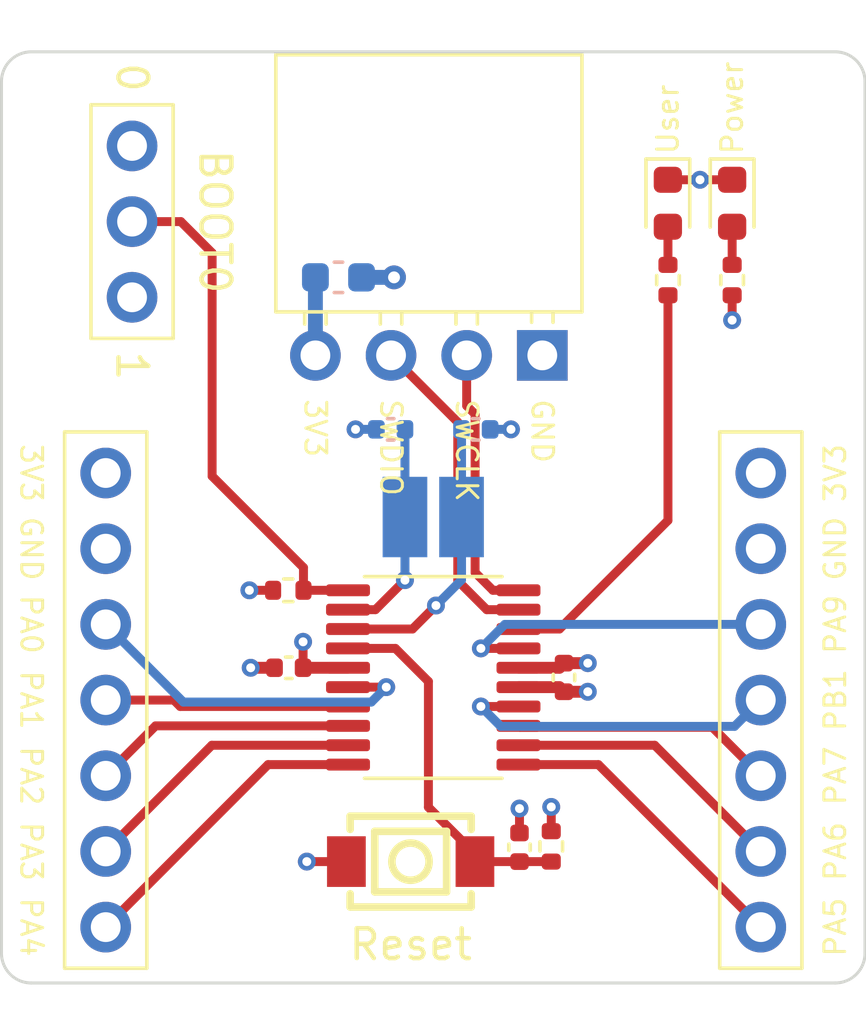
<source format=kicad_pcb>
(kicad_pcb (version 20241229) (generator "pcbnew") (generator_version "9.0")
  (layers (0 "F.Cu" signal) (4 "In1.Cu" power "Ground") (6 "In2.Cu" power "3v3") (2 "B.Cu" signal) (13 "F.Paste" user) (15 "B.Paste" user) (5 "F.SilkS" user "F.Silkscreen") (7 "B.SilkS" user "B.Silkscreen") (1 "F.Mask" user) (3 "B.Mask" user) (25 "Edge.Cuts" user))
  (net 0 "")
  (net 1 "Net-(U1-PF0)")
  (net 2 "GND")
  (net 3 "Net-(U1-PF1)")
  (net 4 "+3.3V")
  (net 5 "/nrst")
  (net 6 "Net-(D1-A)")
  (net 7 "Net-(D2-A)")
  (net 8 "/boot0")
  (net 10 "/PA0")
  (net 11 "/PA1")
  (net 12 "/PA3")
  (net 13 "/PA4")
  (net 14 "/PB1")
  (net 15 "/SWCLK")
  (net 16 "/PA6")
  (net 17 "/PA9")
  (net 18 "/PA7")
  (net 19 "/SWDIO")
  (net 20 "/PA2")
  (net 21 "/PA5")
  (net 22 "/PA10")
  (footprint "Resistor_SMD:R_0402_1005Metric" (layer "F.Cu") (at 100.4625 74.665999 -90)
    (property "Reference" "R3" (hide yes))
    (property "Value" "10k")
    (fp_line (start -0.153641 0.38) (end 0.153641 0.38) (stroke (width 0.12)) (layer "F.SilkS"))
    (fp_line (start -0.153641 -0.38) (end 0.153641 -0.38) (stroke (width 0.12)) (layer "F.SilkS"))
    (pad "1" smd roundrect (at -0.51 0 270) (size 0.54 0.64) (layers "F.Cu" "F.Mask" "F.Paste") (net 4 "+3.3V"))
    (pad "2" smd roundrect (at 0.51 0 270) (size 0.54 0.64) (layers "F.Cu" "F.Mask" "F.Paste") (net 5 "/nrst"))
  )
  (footprint "footprints:TSSOP-20_4.4x6.5mm_P0.65mm" (layer "F.Cu") (at 96.5 68.995999)
    (property "Reference" "U1" (hide yes))
    (property "Value" "STM32F030F4Px")
    (fp_line (start -2.31 -3.385) (end 2.31 -3.385) (stroke (width 0.12)) (layer "F.SilkS"))
    (fp_line (start 2.31 3.385) (end -2.31 3.385) (stroke (width 0.12)) (layer "F.SilkS"))
    (pad "1" smd roundrect (at -2.8625 -2.925) (size 1.475 0.4) (layers "F.Cu" "F.Mask" "F.Paste") (net 8 "/boot0"))
    (pad "2" smd roundrect (at -2.8625 -2.275) (size 1.475 0.4) (layers "F.Cu" "F.Mask" "F.Paste") (net 1 "Net-(U1-PF0)"))
    (pad "3" smd roundrect (at -2.8625 -1.625) (size 1.475 0.4) (layers "F.Cu" "F.Mask" "F.Paste") (net 3 "Net-(U1-PF1)"))
    (pad "4" smd roundrect (at -2.8625 -0.975) (size 1.475 0.4) (layers "F.Cu" "F.Mask" "F.Paste") (net 5 "/nrst"))
    (pad "5" smd roundrect (at -2.8625 -0.325) (size 1.475 0.4) (layers "F.Cu" "F.Mask" "F.Paste") (net 4 "+3.3V"))
    (pad "6" smd roundrect (at -2.8625 0.325) (size 1.475 0.4) (layers "F.Cu" "F.Mask" "F.Paste") (net 10 "/PA0"))
    (pad "7" smd roundrect (at -2.8625 0.975) (size 1.475 0.4) (layers "F.Cu" "F.Mask" "F.Paste") (net 11 "/PA1"))
    (pad "8" smd roundrect (at -2.8625 1.625) (size 1.475 0.4) (layers "F.Cu" "F.Mask" "F.Paste") (net 20 "/PA2"))
    (pad "9" smd roundrect (at -2.8625 2.275) (size 1.475 0.4) (layers "F.Cu" "F.Mask" "F.Paste") (net 12 "/PA3"))
    (pad "10" smd roundrect (at -2.8625 2.925) (size 1.475 0.4) (layers "F.Cu" "F.Mask" "F.Paste") (net 13 "/PA4"))
    (pad "11" smd roundrect (at 2.8625 2.925) (size 1.475 0.4) (layers "F.Cu" "F.Mask" "F.Paste") (net 21 "/PA5"))
    (pad "12" smd roundrect (at 2.8625 2.275) (size 1.475 0.4) (layers "F.Cu" "F.Mask" "F.Paste") (net 16 "/PA6"))
    (pad "13" smd roundrect (at 2.8625 1.625) (size 1.475 0.4) (layers "F.Cu" "F.Mask" "F.Paste") (net 18 "/PA7"))
    (pad "14" smd roundrect (at 2.8625 0.975) (size 1.475 0.4) (layers "F.Cu" "F.Mask" "F.Paste") (net 14 "/PB1"))
    (pad "15" smd roundrect (at 2.8625 0.325) (size 1.475 0.4) (layers "F.Cu" "F.Mask" "F.Paste") (net 2 "GND"))
    (pad "16" smd roundrect (at 2.8625 -0.325) (size 1.475 0.4) (layers "F.Cu" "F.Mask" "F.Paste") (net 4 "+3.3V"))
    (pad "17" smd roundrect (at 2.8625 -0.975) (size 1.475 0.4) (layers "F.Cu" "F.Mask" "F.Paste") (net 17 "/PA9"))
    (pad "18" smd roundrect (at 2.8625 -1.625) (size 1.475 0.4) (layers "F.Cu" "F.Mask" "F.Paste") (net 22 "/PA10"))
    (pad "19" smd roundrect (at 2.8625 -2.275) (size 1.475 0.4) (layers "F.Cu" "F.Mask" "F.Paste") (net 19 "/SWDIO"))
    (pad "20" smd roundrect (at 2.8625 -2.925) (size 1.475 0.4) (layers "F.Cu" "F.Mask" "F.Paste") (net 15 "/SWCLK"))
  )
  (footprint "Capacitor_SMD:C_0402_1005Metric" (layer "F.Cu") (at 91.6485 68.670999 180)
    (property "Reference" "C4" (hide yes))
    (property "Value" "100nF")
    (fp_line (start -0.107836 0.36) (end 0.107836 0.36) (stroke (width 0.12)) (layer "F.SilkS"))
    (fp_line (start -0.107836 -0.36) (end 0.107836 -0.36) (stroke (width 0.12)) (layer "F.SilkS"))
    (pad "1" smd roundrect (at -0.48 0 180) (size 0.56 0.62) (layers "F.Cu" "F.Mask" "F.Paste") (net 4 "+3.3V"))
    (pad "2" smd roundrect (at 0.48 0 180) (size 0.56 0.62) (layers "F.Cu" "F.Mask" "F.Paste") (net 2 "GND"))
  )
  (footprint "Capacitor_SMD:C_0402_1005Metric" (layer "F.Cu") (at 99.3965 74.695999 90)
    (property "Reference" "C6" (hide yes))
    (property "Value" "100nF")
    (fp_line (start -0.107836 -0.36) (end 0.107836 -0.36) (stroke (width 0.12)) (layer "F.SilkS"))
    (fp_line (start -0.107836 0.36) (end 0.107836 0.36) (stroke (width 0.12)) (layer "F.SilkS"))
    (pad "1" smd roundrect (at -0.48 0 90) (size 0.56 0.62) (layers "F.Cu" "F.Mask" "F.Paste") (net 5 "/nrst"))
    (pad "2" smd roundrect (at 0.48 0 90) (size 0.56 0.62) (layers "F.Cu" "F.Mask" "F.Paste") (net 2 "GND"))
  )
  (footprint "Capacitor_SMD:C_0402_1005Metric" (layer "F.Cu") (at 100.89 68.995999 -90)
    (property "Reference" "C3" (hide yes))
    (property "Value" "100nF")
    (fp_line (start -0.107836 0.36) (end 0.107836 0.36) (stroke (width 0.12)) (layer "F.SilkS"))
    (fp_line (start -0.107836 -0.36) (end 0.107836 -0.36) (stroke (width 0.12)) (layer "F.SilkS"))
    (pad "1" smd roundrect (at -0.48 0 270) (size 0.56 0.62) (layers "F.Cu" "F.Mask" "F.Paste") (net 4 "+3.3V"))
    (pad "2" smd roundrect (at 0.48 0 270) (size 0.56 0.62) (layers "F.Cu" "F.Mask" "F.Paste") (net 2 "GND"))
  )
  (footprint "footprints:side_connectors" (layer "F.Cu") (at 107.5 62.134999)
    (property "Reference" "J3" (hide yes))
    (property "Value" "Conn_01x07_Pin" (hide yes))
    (fp_line (start -1.38 -1.38) (end -1.38 16.62) (stroke (width 0.12)) (layer "F.SilkS"))
    (fp_line (start -1.38 -1.38) (end 1.38 -1.38) (stroke (width 0.12)) (layer "F.SilkS"))
    (fp_line (start -1.38 16.62) (end 1.38 16.62) (stroke (width 0.12)) (layer "F.SilkS"))
    (fp_line (start 1.38 -1.38) (end 1.38 16.62) (stroke (width 0.12)) (layer "F.SilkS"))
    (pad "1" thru_hole circle (at 0 0) (size 1.7 1.7) (drill 1) (layers "*.Cu" "*.Mask") (net 4 "+3.3V"))
    (pad "2" thru_hole circle (at 0 2.54) (size 1.7 1.7) (drill 1) (layers "*.Cu" "*.Mask") (net 2 "GND"))
    (pad "3" thru_hole circle (at 0 5.08) (size 1.7 1.7) (drill 1) (layers "*.Cu" "*.Mask") (net 17 "/PA9"))
    (pad "4" thru_hole circle (at 0 7.62) (size 1.7 1.7) (drill 1) (layers "*.Cu" "*.Mask") (net 14 "/PB1"))
    (pad "5" thru_hole circle (at 0 10.16) (size 1.7 1.7) (drill 1) (layers "*.Cu" "*.Mask") (net 18 "/PA7"))
    (pad "6" thru_hole circle (at 0 12.7) (size 1.7 1.7) (drill 1) (layers "*.Cu" "*.Mask") (net 16 "/PA6"))
    (pad "7" thru_hole circle (at 0 15.24) (size 1.7 1.7) (drill 1) (layers "*.Cu" "*.Mask") (net 21 "/PA5"))
  )
  (footprint "footprints:KEY-SMD_L4.0-W3.0-LS4.9-1" (layer "F.Cu") (at 95.7415 75.175999)
    (property "Reference" "SW1" (hide yes))
    (property "Value" "MCU_reset" (hide yes))
    (fp_line (start -2.032 -1.524) (end 2.032 -1.524) (stroke (width 0.254)) (layer "F.SilkS"))
    (fp_line (start -2.032 -1.081) (end -2.032 -1.524) (stroke (width 0.254)) (layer "F.SilkS"))
    (fp_line (start -2.032 1.524) (end -2.032 1.081) (stroke (width 0.254)) (layer "F.SilkS"))
    (fp_line (start -1.2065 -1.016) (end 1.2065 -1.016) (stroke (width 0.254)) (layer "F.SilkS"))
    (fp_line (start -1.2065 1.016) (end -1.2065 -1.016) (stroke (width 0.254)) (layer "F.SilkS"))
    (fp_line (start 1.2065 -1.016) (end 1.2065 1.016) (stroke (width 0.254)) (layer "F.SilkS"))
    (fp_line (start 1.2065 1.016) (end -1.2065 1.016) (stroke (width 0.254)) (layer "F.SilkS"))
    (fp_line (start 2.032 -1.524) (end 2.032 -1.081) (stroke (width 0.254)) (layer "F.SilkS"))
    (fp_line (start 2.032 1.081) (end 2.032 1.524) (stroke (width 0.254)) (layer "F.SilkS"))
    (fp_line (start 2.032 1.524) (end -2.032 1.524) (stroke (width 0.254)) (layer "F.SilkS"))
    (fp_circle (center -0.0055 0.002) (end 0.6195 0.002) (stroke (width 0.254)) (fill no) (layer "F.SilkS"))
    (pad "1" smd rect (at -2.159 0) (size 1.3 1.7) (layers "F.Cu" "F.Mask" "F.Paste") (net 2 "GND"))
    (pad "2" smd rect (at 2.159 0) (size 1.3 1.7) (layers "F.Cu" "F.Mask" "F.Paste") (net 5 "/nrst"))
  )
  (footprint "footprints:boot0selector" (layer "F.Cu") (at 86.3855 56.237999 180)
    (property "Reference" "J2" (hide yes))
    (property "Value" "Boot0_selector" (hide yes))
    (fp_line (start 1.38 -1.38) (end 1.38 6.46) (stroke (width 0.12)) (layer "F.SilkS"))
    (fp_line (start -1.38 6.46) (end 1.38 6.46) (stroke (width 0.12)) (layer "F.SilkS"))
    (fp_line (start -1.38 -1.38) (end 1.38 -1.38) (stroke (width 0.12)) (layer "F.SilkS"))
    (fp_line (start -1.38 -1.38) (end -1.38 6.46) (stroke (width 0.12)) (layer "F.SilkS"))
    (pad "1" thru_hole circle (at 0 0 180) (size 1.7 1.7) (drill 1) (layers "*.Cu" "*.Mask") (net 4 "+3.3V"))
    (pad "2" thru_hole circle (at 0 2.54 180) (size 1.7 1.7) (drill 1) (layers "*.Cu" "*.Mask") (net 8 "/boot0"))
    (pad "3" thru_hole circle (at 0 5.08 180) (size 1.7 1.7) (drill 1) (layers "*.Cu" "*.Mask"))
  )
  (footprint "footprints:side_connectors" (layer "F.Cu") (at 85.5 62.134999)
    (property "Reference" "J5" (hide yes))
    (property "Value" "Conn_01x07_Pin" (hide yes))
    (fp_line (start -1.38 -1.38) (end -1.38 16.62) (stroke (width 0.12)) (layer "F.SilkS"))
    (fp_line (start -1.38 -1.38) (end 1.38 -1.38) (stroke (width 0.12)) (layer "F.SilkS"))
    (fp_line (start -1.38 16.62) (end 1.38 16.62) (stroke (width 0.12)) (layer "F.SilkS"))
    (fp_line (start 1.38 -1.38) (end 1.38 16.62) (stroke (width 0.12)) (layer "F.SilkS"))
    (pad "1" thru_hole circle (at 0 0) (size 1.7 1.7) (drill 1) (layers "*.Cu" "*.Mask") (net 4 "+3.3V"))
    (pad "2" thru_hole circle (at 0 2.54) (size 1.7 1.7) (drill 1) (layers "*.Cu" "*.Mask") (net 2 "GND"))
    (pad "3" thru_hole circle (at 0 5.08) (size 1.7 1.7) (drill 1) (layers "*.Cu" "*.Mask") (net 10 "/PA0"))
    (pad "4" thru_hole circle (at 0 7.62) (size 1.7 1.7) (drill 1) (layers "*.Cu" "*.Mask") (net 11 "/PA1"))
    (pad "5" thru_hole circle (at 0 10.16) (size 1.7 1.7) (drill 1) (layers "*.Cu" "*.Mask") (net 20 "/PA2"))
    (pad "6" thru_hole circle (at 0 12.7) (size 1.7 1.7) (drill 1) (layers "*.Cu" "*.Mask") (net 12 "/PA3"))
    (pad "7" thru_hole circle (at 0 15.24) (size 1.7 1.7) (drill 1) (layers "*.Cu" "*.Mask") (net 13 "/PA4"))
  )
  (footprint "Resistor_SMD:R_0402_1005Metric" (layer "F.Cu") (at 106.5375 55.659999 90)
    (property "Reference" "R4" (hide yes))
    (property "Value" "1k")
    (fp_line (start -0.153641 -0.38) (end 0.153641 -0.38) (stroke (width 0.12)) (layer "F.SilkS"))
    (fp_line (start -0.153641 0.38) (end 0.153641 0.38) (stroke (width 0.12)) (layer "F.SilkS"))
    (pad "1" smd roundrect (at -0.51 0 90) (size 0.54 0.64) (layers "F.Cu" "F.Mask" "F.Paste") (net 4 "+3.3V"))
    (pad "2" smd roundrect (at 0.51 0 90) (size 0.54 0.64) (layers "F.Cu" "F.Mask" "F.Paste") (net 6 "Net-(D1-A)"))
  )
  (footprint "footprints:swd_and_power_connector" (layer "F.Cu") (at 100.1625 58.186999 -90)
    (property "Reference" "J1" (hide yes))
    (property "Value" "SWD_Power" (hide yes))
    (fp_line (start -10.09 8.95) (end -1.46 8.95) (stroke (width 0.12)) (layer "F.SilkS"))
    (fp_line (start -1.46 7.98) (end -1.05 7.98) (stroke (width 0.12)) (layer "F.SilkS"))
    (fp_line (start -1.46 7.26) (end -1.05 7.26) (stroke (width 0.12)) (layer "F.SilkS"))
    (fp_line (start -1.46 5.44) (end -1.05 5.44) (stroke (width 0.12)) (layer "F.SilkS"))
    (fp_line (start -1.46 4.72) (end -1.05 4.72) (stroke (width 0.12)) (layer "F.SilkS"))
    (fp_line (start -1.46 2.9) (end -1.05 2.9) (stroke (width 0.12)) (layer "F.SilkS"))
    (fp_line (start -1.46 2.18) (end -1.05 2.18) (stroke (width 0.12)) (layer "F.SilkS"))
    (fp_line (start -1.46 0.36) (end -1.11 0.36) (stroke (width 0.12)) (layer "F.SilkS"))
    (fp_line (start -1.46 -0.36) (end -1.11 -0.36) (stroke (width 0.12)) (layer "F.SilkS"))
    (fp_line (start -10.09 -1.33) (end -10.09 8.95) (stroke (width 0.12)) (layer "F.SilkS"))
    (fp_line (start -10.09 -1.33) (end -1.46 -1.33) (stroke (width 0.12)) (layer "F.SilkS"))
    (fp_line (start -1.46 -1.33) (end -1.46 8.95) (stroke (width 0.12)) (layer "F.SilkS"))
    (pad "1" thru_hole rect (at 0 0 270) (size 1.7 1.7) (drill 1) (layers "*.Cu" "*.Mask") (net 2 "GND"))
    (pad "2" thru_hole circle (at 0 2.54 270) (size 1.7 1.7) (drill 1) (layers "*.Cu" "*.Mask") (net 15 "/SWCLK"))
    (pad "3" thru_hole circle (at 0 5.08 270) (size 1.7 1.7) (drill 1) (layers "*.Cu" "*.Mask") (net 19 "/SWDIO"))
    (pad "4" thru_hole circle (at 0 7.62 270) (size 1.7 1.7) (drill 1) (layers "*.Cu" "*.Mask") (net 4 "+3.3V"))
  )
  (footprint "Resistor_SMD:R_0402_1005Metric" (layer "F.Cu") (at 104.3825 55.659999 90)
    (property "Reference" "R5" (hide yes))
    (property "Value" "1k")
    (fp_line (start -0.153641 -0.38) (end 0.153641 -0.38) (stroke (width 0.12)) (layer "F.SilkS"))
    (fp_line (start -0.153641 0.38) (end 0.153641 0.38) (stroke (width 0.12)) (layer "F.SilkS"))
    (pad "1" smd roundrect (at -0.51 0 90) (size 0.54 0.64) (layers "F.Cu" "F.Mask" "F.Paste") (net 22 "/PA10"))
    (pad "2" smd roundrect (at 0.51 0 90) (size 0.54 0.64) (layers "F.Cu" "F.Mask" "F.Paste") (net 7 "Net-(D2-A)"))
  )
  (footprint "LED_SMD:LED_0603_1608Metric" (layer "F.Cu") (at 104.3785 53.081499 -90)
    (property "Reference" "D2" (hide yes))
    (property "Value" "User LED")
    (fp_line (start -1.485 0.735) (end 0.8 0.735) (stroke (width 0.12)) (layer "F.SilkS"))
    (fp_line (start -1.485 -0.735) (end -1.485 0.735) (stroke (width 0.12)) (layer "F.SilkS"))
    (fp_line (start 0.8 -0.735) (end -1.485 -0.735) (stroke (width 0.12)) (layer "F.SilkS"))
    (pad "1" smd roundrect (at -0.7875 0 270) (size 0.875 0.95) (layers "F.Cu" "F.Mask" "F.Paste") (net 2 "GND"))
    (pad "2" smd roundrect (at 0.7875 0 270) (size 0.875 0.95) (layers "F.Cu" "F.Mask" "F.Paste") (net 7 "Net-(D2-A)"))
  )
  (footprint "Resistor_SMD:R_0402_1005Metric" (layer "F.Cu") (at 91.632 66.070999)
    (property "Reference" "R1" (hide yes))
    (property "Value" "10k")
    (fp_line (start -0.153641 -0.38) (end 0.153641 -0.38) (stroke (width 0.12)) (layer "F.SilkS"))
    (fp_line (start -0.153641 0.38) (end 0.153641 0.38) (stroke (width 0.12)) (layer "F.SilkS"))
    (pad "1" smd roundrect (at -0.51 0) (size 0.54 0.64) (layers "F.Cu" "F.Mask" "F.Paste") (net 2 "GND"))
    (pad "2" smd roundrect (at 0.51 0) (size 0.54 0.64) (layers "F.Cu" "F.Mask" "F.Paste") (net 8 "/boot0"))
  )
  (footprint "LED_SMD:LED_0603_1608Metric" (layer "F.Cu") (at 106.5375 53.081499 -90)
    (property "Reference" "D1" (hide yes))
    (property "Value" "Power LED")
    (fp_line (start -1.485 0.735) (end 0.8 0.735) (stroke (width 0.12)) (layer "F.SilkS"))
    (fp_line (start -1.485 -0.735) (end -1.485 0.735) (stroke (width 0.12)) (layer "F.SilkS"))
    (fp_line (start 0.8 -0.735) (end -1.485 -0.735) (stroke (width 0.12)) (layer "F.SilkS"))
    (pad "1" smd roundrect (at -0.7875 0 270) (size 0.875 0.95) (layers "F.Cu" "F.Mask" "F.Paste") (net 2 "GND"))
    (pad "2" smd roundrect (at 0.7875 0 270) (size 0.875 0.95) (layers "F.Cu" "F.Mask" "F.Paste") (net 6 "Net-(D1-A)"))
  )
  (footprint "Capacitor_SMD:C_0402_1005Metric" (layer "B.Cu") (at 97.93 60.67 180)
    (property "Reference" "C2" (hide yes))
    (property "Value" "22pF")
    (fp_line (start -0.107836 0.36) (end 0.107836 0.36) (stroke (width 0.12)) (layer "B.SilkS"))
    (fp_line (start -0.107836 -0.36) (end 0.107836 -0.36) (stroke (width 0.12)) (layer "B.SilkS"))
    (pad "1" smd roundrect (at -0.48 0 180) (size 0.56 0.62) (layers "B.Cu" "B.Mask" "B.Paste") (net 2 "GND"))
    (pad "2" smd roundrect (at 0.48 0 180) (size 0.56 0.62) (layers "B.Cu" "B.Mask" "B.Paste") (net 3 "Net-(U1-PF1)"))
  )
  (footprint "Capacitor_SMD:C_0402_1005Metric" (layer "B.Cu") (at 95.07 60.67)
    (property "Reference" "C1" (hide yes))
    (property "Value" "22pF")
    (fp_line (start -0.107836 -0.36) (end 0.107836 -0.36) (stroke (width 0.12)) (layer "B.SilkS"))
    (fp_line (start -0.107836 0.36) (end 0.107836 0.36) (stroke (width 0.12)) (layer "B.SilkS"))
    (pad "1" smd roundrect (at -0.48 0) (size 0.56 0.62) (layers "B.Cu" "B.Mask" "B.Paste") (net 2 "GND"))
    (pad "2" smd roundrect (at 0.48 0) (size 0.56 0.62) (layers "B.Cu" "B.Mask" "B.Paste") (net 1 "Net-(U1-PF0)"))
  )
  (footprint "footprints:NX3225GD8MHZSTDCRA3" (layer "B.Cu") (at 96.5 63.612 180)
    (property "Reference" "Y1" (hide yes))
    (property "Value" "8Mhz" (hide yes))
    (pad "1" smd rect (at -0.95 0 180) (size 1.5 2.7) (layers "B.Cu" "B.Mask" "B.Paste") (net 3 "Net-(U1-PF1)"))
    (pad "2" smd rect (at 0.95 0 180) (size 1.5 2.7) (layers "B.Cu" "B.Mask" "B.Paste") (net 1 "Net-(U1-PF0)"))
  )
  (footprint "Capacitor_SMD:C_0603_1608Metric" (layer "B.Cu") (at 93.3175 55.568999)
    (property "Reference" "C5" (hide yes))
    (property "Value" "10uF")
    (fp_line (start -0.14058 -0.51) (end 0.14058 -0.51) (stroke (width 0.12)) (layer "B.SilkS"))
    (fp_line (start -0.14058 0.51) (end 0.14058 0.51) (stroke (width 0.12)) (layer "B.SilkS"))
    (pad "1" smd roundrect (at -0.775 0) (size 0.9 0.95) (layers "B.Cu" "B.Mask" "B.Paste") (net 4 "+3.3V"))
    (pad "2" smd roundrect (at 0.775 0) (size 0.9 0.95) (layers "B.Cu" "B.Mask" "B.Paste") (net 2 "GND"))
  )
  (gr_arc (start 110 48) (mid 110.707107 48.292893) (end 111 49) (stroke (width 0.1)) (layer "Edge.Cuts"))
  (gr_line (start 110 48) (end 83 48) (stroke (width 0.1)) (layer "Edge.Cuts"))
  (gr_line (start 83 79.25) (end 110 79.25) (stroke (width 0.1)) (layer "Edge.Cuts"))
  (gr_arc (start 111 78.25) (mid 110.707107 78.957107) (end 110 79.25) (stroke (width 0.1)) (layer "Edge.Cuts"))
  (gr_arc (start 83 79.25) (mid 82.292893 78.957107) (end 82 78.25) (stroke (width 0.1)) (layer "Edge.Cuts"))
  (gr_line (start 111 78.25) (end 111 49) (stroke (width 0.1)) (layer "Edge.Cuts"))
  (gr_line (start 82 49) (end 82 78.25) (stroke (width 0.1)) (layer "Edge.Cuts"))
  (gr_arc (start 82 49) (mid 82.292893 48.292893) (end 83 48) (stroke (width 0.1)) (layer "Edge.Cuts"))
  (gr_text "BOOT0" (at 89.1745 53.697999 270) (layer "F.SilkS") (effects (font (size 1 1))))
  (gr_text "PA7" (at 110 72.295 90) (layer "F.SilkS") (effects (font (size 0.7 0.7) (thickness 0.1))))
  (gr_text "PA1" (at 83 69.754999 270) (layer "F.SilkS") (effects (font (size 0.7 0.7) (thickness 0.1))))
  (gr_text "PA0" (at 83 67.214999 270) (layer "F.SilkS") (effects (font (size 0.7 0.7) (thickness 0.1))))
  (gr_text "PA6" (at 110 74.835 90) (layer "F.SilkS") (effects (font (size 0.7 0.7) (thickness 0.1))))
  (gr_text "0" (at 86.3855 48.857999 270) (layer "F.SilkS") (effects (font (size 1 1))))
  (gr_text "3V3" (at 92.5425 59.595999 270) (layer "F.SilkS") (effects (font (size 0.7 0.7) (thickness 0.1)) (justify left)))
  (gr_text "GND" (at 110 64.675 90) (layer "F.SilkS") (effects (font (size 0.7 0.7) (thickness 0.1))))
  (gr_text "Power" (at 106.5375 51.496499 90) (layer "F.SilkS") (effects (font (size 0.7 0.7) (thickness 0.1)) (justify left)))
  (gr_text "Reset" (at 95.7415 77.958999 0) (layer "F.SilkS") (effects (font (size 1 1))))
  (gr_text "PA5" (at 110 77.375 90) (layer "F.SilkS") (effects (font (size 0.7 0.7) (thickness 0.1))))
  (gr_text "GND" (at 83 64.674999 270) (layer "F.SilkS") (effects (font (size 0.7 0.7) (thickness 0.1))))
  (gr_text "User" (at 104.3785 51.496499 90) (layer "F.SilkS") (effects (font (size 0.7 0.7) (thickness 0.1)) (justify left)))
  (gr_text "1" (at 86.3855 58.537999 270) (layer "F.SilkS") (effects (font (size 1 1))))
  (gr_text "PB1" (at 110 69.755 90) (layer "F.SilkS") (effects (font (size 0.7 0.7) (thickness 0.1))))
  (gr_text "SWDIO" (at 95.0825 59.595999 270) (layer "F.SilkS") (effects (font (size 0.7 0.7) (thickness 0.1)) (justify left)))
  (gr_text "GND" (at 100.1625 59.595999 270) (layer "F.SilkS") (effects (font (size 0.7 0.7) (thickness 0.1)) (justify left)))
  (gr_text "PA2" (at 83 72.294999 270) (layer "F.SilkS") (effects (font (size 0.7 0.7) (thickness 0.1))))
  (gr_text "PA3" (at 83 74.834999 270) (layer "F.SilkS") (effects (font (size 0.7 0.7) (thickness 0.1))))
  (gr_text "PA4" (at 83 77.374999 270) (layer "F.SilkS") (effects (font (size 0.7 0.7) (thickness 0.1))))
  (gr_text "3V3" (at 83 62.134999 270) (layer "F.SilkS") (effects (font (size 0.7 0.7) (thickness 0.1))))
  (gr_text "SWCLK" (at 97.6225 59.595999 270) (layer "F.SilkS") (effects (font (size 0.7 0.7) (thickness 0.1)) (justify left)))
  (gr_text "PA9" (at 110 67.215 90) (layer "F.SilkS") (effects (font (size 0.7 0.7) (thickness 0.1))))
  (gr_text "3V3" (at 110 62.134999 90) (layer "F.SilkS") (effects (font (size 0.7 0.7) (thickness 0.1))))
  (segment (start 94.559001 66.720999) (end 95.55 65.73) (width 0.3) (layer "F.Cu") (net 1))
  (segment (start 93.6375 66.720999) (end 94.559001 66.720999) (width 0.3) (layer "F.Cu") (net 1))
  (via (at 95.55 65.73) (size 0.6) (drill 0.3) (layers "F.Cu" "B.Cu") (net 1))
  (segment (start 95.55 63.612) (end 95.55 65.73) (width 0.3) (layer "B.Cu") (net 1))
  (segment (start 95.55 60.67) (end 95.55 63.612) (width 0.3) (layer "B.Cu") (net 1))
  (segment (start 99.3965 73.394999) (end 99.3965 74.215999) (width 0.3) (layer "F.Cu") (net 2))
  (segment (start 100.735 69.320999) (end 100.89 69.475999) (width 0.4) (layer "F.Cu") (net 2))
  (segment (start 91.122 66.070999) (end 90.325 66.070999) (width 0.3) (layer "F.Cu") (net 2))
  (segment (start 101.69 69.475999) (end 100.89 69.475999) (width 0.4) (layer "F.Cu") (net 2))
  (segment (start 99.3625 69.320999) (end 100.735 69.320999) (width 0.4) (layer "F.Cu") (net 2))
  (segment (start 106.5375 52.293999) (end 105.458 52.293999) (width 0.3) (layer "F.Cu") (net 2))
  (segment (start 91.1685 68.670999) (end 90.3685 68.670999) (width 0.4) (layer "F.Cu") (net 2))
  (segment (start 93.5825 75.175999) (end 92.2535 75.175999) (width 0.3) (layer "F.Cu") (net 2))
  (segment (start 104.3785 52.293999) (end 105.458 52.293999) (width 0.3) (layer "F.Cu") (net 2))
  (via (at 90.325 66.070999) (size 0.6) (drill 0.3) (layers "F.Cu" "B.Cu") (net 2))
  (via (at 92.2535 75.175999) (size 0.6) (drill 0.3) (layers "F.Cu" "B.Cu") (net 2))
  (via (at 95.1825 55.568999) (size 0.8) (drill 0.4) (layers "F.Cu" "B.Cu") (net 2))
  (via (at 99.11 60.67) (size 0.6) (drill 0.3) (layers "F.Cu" "B.Cu") (net 2))
  (via (at 105.458 52.293999) (size 0.6) (drill 0.3) (layers "F.Cu" "B.Cu") (net 2))
  (via (at 93.89 60.67) (size 0.6) (drill 0.3) (layers "F.Cu" "B.Cu") (net 2))
  (via (at 99.3965 73.394999) (size 0.6) (drill 0.3) (layers "F.Cu" "B.Cu") (net 2))
  (via (at 90.3685 68.670999) (size 0.6) (drill 0.3) (layers "F.Cu" "B.Cu") (net 2))
  (via (at 101.69 69.475999) (size 0.6) (drill 0.3) (layers "F.Cu" "B.Cu") (net 2))
  (segment (start 94.0925 55.568999) (end 95.1825 55.568999) (width 0.5) (layer "B.Cu") (net 2))
  (segment (start 94.59 60.67) (end 93.89 60.67) (width 0.3) (layer "B.Cu") (net 2))
  (segment (start 98.41 60.67) (end 99.11 60.67) (width 0.3) (layer "B.Cu") (net 2))
  (segment (start 95.802001 67.370999) (end 96.591 66.582) (width 0.3) (layer "F.Cu") (net 3))
  (segment (start 93.6375 67.370999) (end 95.802001 67.370999) (width 0.3) (layer "F.Cu") (net 3))
  (via (at 96.591 66.582) (size 0.6) (drill 0.3) (layers "F.Cu" "B.Cu") (net 3))
  (segment (start 96.591 66.582) (end 97.45 65.723) (width 0.3) (layer "B.Cu") (net 3))
  (segment (start 97.45 65.723) (end 97.45 63.612) (width 0.3) (layer "B.Cu") (net 3))
  (segment (start 97.45 63.612) (end 97.45 60.67) (width 0.3) (layer "B.Cu") (net 3))
  (segment (start 99.3625 68.670999) (end 100.735 68.670999) (width 0.4) (layer "F.Cu") (net 4))
  (segment (start 100.735 68.670999) (end 100.89 68.515999) (width 0.4) (layer "F.Cu") (net 4))
  (segment (start 92.1285 68.670999) (end 93.6375 68.670999) (width 0.4) (layer "F.Cu") (net 4))
  (segment (start 100.4625 73.341999) (end 100.4625 74.155999) (width 0.3) (layer "F.Cu") (net 4))
  (segment (start 106.5375 56.169999) (end 106.5375 57.004999) (width 0.3) (layer "F.Cu") (net 4))
  (segment (start 92.1285 67.8) (end 92.1285 68.670999) (width 0.3) (layer "F.Cu") (net 4))
  (segment (start 101.69 68.515999) (end 100.89 68.515999) (width 0.4) (layer "F.Cu") (net 4))
  (via (at 100.4625 73.341999) (size 0.6) (drill 0.3) (layers "F.Cu" "B.Cu") (net 4))
  (via (at 101.69 68.515999) (size 0.6) (drill 0.3) (layers "F.Cu" "B.Cu") (net 4))
  (via (at 106.5375 57.004999) (size 0.6) (drill 0.3) (layers "F.Cu" "B.Cu") (net 4))
  (via (at 92.1285 67.8) (size 0.6) (drill 0.3) (layers "F.Cu" "B.Cu") (net 4))
  (segment (start 92.5425 55.568999) (end 92.5425 58.186999) (width 0.5) (layer "B.Cu") (net 4))
  (segment (start 100.4625 75.175999) (end 99.3965 75.175999) (width 0.3) (layer "F.Cu") (net 5))
  (segment (start 96.3375 69.129999) (end 95.2285 68.020999) (width 0.3) (layer "F.Cu") (net 5))
  (segment (start 97.9005 74.913999) (end 96.3375 73.350999) (width 0.3) (layer "F.Cu") (net 5))
  (segment (start 95.2285 68.020999) (end 93.6375 68.020999) (width 0.3) (layer "F.Cu") (net 5))
  (segment (start 97.9005 75.175999) (end 99.3965 75.175999) (width 0.3) (layer "F.Cu") (net 5))
  (segment (start 96.3375 73.350999) (end 96.3375 69.129999) (width 0.3) (layer "F.Cu") (net 5))
  (segment (start 97.9005 75.175999) (end 97.9005 74.913999) (width 0.3) (layer "F.Cu") (net 5))
  (segment (start 106.5375 53.868999) (end 106.5375 55.149999) (width 0.3) (layer "F.Cu") (net 6))
  (segment (start 104.3825 53.872999) (end 104.3785 53.868999) (width 0.3) (layer "F.Cu") (net 7))
  (segment (start 104.3825 55.149999) (end 104.3825 53.872999) (width 0.3) (layer "F.Cu") (net 7))
  (segment (start 92.142 66.070999) (end 93.6375 66.070999) (width 0.3) (layer "F.Cu") (net 8))
  (segment (start 89.0735 62.2405) (end 89.0735 54.747999) (width 0.3) (layer "F.Cu") (net 8))
  (segment (start 92.142 65.309) (end 89.0735 62.2405) (width 0.3) (layer "F.Cu") (net 8))
  (segment (start 88.0235 53.697999) (end 86.3855 53.697999) (width 0.3) (layer "F.Cu") (net 8))
  (segment (start 92.142 66.070999) (end 92.142 65.309) (width 0.3) (layer "F.Cu") (net 8))
  (segment (start 89.0735 54.747999) (end 88.0235 53.697999) (width 0.3) (layer "F.Cu") (net 8))
  (segment (start 93.6375 69.320999) (end 94.9215 69.320999) (width 0.3) (layer "F.Cu") (net 10))
  (via (at 94.9215 69.320999) (size 0.6) (drill 0.3) (layers "F.Cu" "B.Cu") (net 10))
  (segment (start 94.4205 69.821999) (end 94.9215 69.320999) (width 0.3) (layer "B.Cu") (net 10))
  (segment (start 85.5 67.214999) (end 88.107 69.821999) (width 0.3) (layer "B.Cu") (net 10))
  (segment (start 88.107 69.821999) (end 94.4205 69.821999) (width 0.3) (layer "B.Cu") (net 10))
  (segment (start 87.7865 69.754999) (end 88.0025 69.970999) (width 0.3) (layer "F.Cu") (net 11))
  (segment (start 88.0025 69.970999) (end 93.6375 69.970999) (width 0.3) (layer "F.Cu") (net 11))
  (segment (start 85.5 69.754999) (end 87.7865 69.754999) (width 0.3) (layer "F.Cu") (net 11))
  (segment (start 89.064 71.270999) (end 93.6375 71.270999) (width 0.3) (layer "F.Cu") (net 12))
  (segment (start 85.5 74.834999) (end 89.064 71.270999) (width 0.3) (layer "F.Cu") (net 12))
  (segment (start 90.954 71.920999) (end 93.6375 71.920999) (width 0.3) (layer "F.Cu") (net 13))
  (segment (start 85.5 77.374999) (end 90.954 71.920999) (width 0.3) (layer "F.Cu") (net 13))
  (segment (start 99.3625 69.970999) (end 98.0995 69.970999) (width 0.3) (layer "F.Cu") (net 14))
  (via (at 98.0995 69.970999) (size 0.6) (drill 0.3) (layers "F.Cu" "B.Cu") (net 14))
  (segment (start 98.7665 70.637999) (end 98.0995 69.970999) (width 0.3) (layer "B.Cu") (net 14))
  (segment (start 107.5 69.754999) (end 106.617 70.637999) (width 0.3) (layer "B.Cu") (net 14))
  (segment (start 106.617 70.637999) (end 98.7665 70.637999) (width 0.3) (layer "B.Cu") (net 14))
  (segment (start 97.905 60.16) (end 97.905 65.473) (width 0.3) (layer "F.Cu") (net 15))
  (segment (start 98.502999 66.070999) (end 99.3625 66.070999) (width 0.3) (layer "F.Cu") (net 15))
  (segment (start 97.905 65.473) (end 98.502999 66.070999) (width 0.3) (layer "F.Cu") (net 15))
  (segment (start 97.6225 59.8775) (end 97.905 60.16) (width 0.3) (layer "F.Cu") (net 15))
  (segment (start 97.6225 58.186999) (end 97.6225 59.8775) (width 0.3) (layer "F.Cu") (net 15))
  (segment (start 107.5 74.834999) (end 103.936 71.270999) (width 0.3) (layer "F.Cu") (net 16))
  (segment (start 103.936 71.270999) (end 99.3625 71.270999) (width 0.3) (layer "F.Cu") (net 16))
  (segment (start 99.3625 68.020999) (end 98.0995 68.020999) (width 0.3) (layer "F.Cu") (net 17))
  (via (at 98.0995 68.020999) (size 0.6) (drill 0.3) (layers "F.Cu" "B.Cu") (net 17))
  (segment (start 98.9055 67.214999) (end 107.5 67.214999) (width 0.3) (layer "B.Cu") (net 17))
  (segment (start 98.0995 68.020999) (end 98.9055 67.214999) (width 0.3) (layer "B.Cu") (net 17))
  (segment (start 107.5 72.294999) (end 105.873 70.667999) (width 0.3) (layer "F.Cu") (net 18))
  (segment (start 99.4095 70.667999) (end 99.3625 70.620999) (width 0.3) (layer "F.Cu") (net 18))
  (segment (start 105.873 70.667999) (end 99.4095 70.667999) (width 0.3) (layer "F.Cu") (net 18))
  (segment (start 98.294999 66.720999) (end 99.3625 66.720999) (width 0.3) (layer "F.Cu") (net 19))
  (segment (start 97.324 65.75) (end 98.294999 66.720999) (width 0.3) (layer "F.Cu") (net 19))
  (segment (start 95.0825 58.186999) (end 97.324 60.428499) (width 0.3) (layer "F.Cu") (net 19))
  (segment (start 97.324 60.428499) (end 97.324 65.75) (width 0.3) (layer "F.Cu") (net 19))
  (segment (start 87.174 70.620999) (end 93.6375 70.620999) (width 0.3) (layer "F.Cu") (net 20))
  (segment (start 85.5 72.294999) (end 87.174 70.620999) (width 0.3) (layer "F.Cu") (net 20))
  (segment (start 99.3625 71.920999) (end 102.046 71.920999) (width 0.3) (layer "F.Cu") (net 21))
  (segment (start 102.046 71.920999) (end 107.5 77.374999) (width 0.3) (layer "F.Cu") (net 21))
  (segment (start 104.3825 63.726999) (end 104.3825 56.169999) (width 0.3) (layer "F.Cu") (net 22))
  (segment (start 100.7385 67.370999) (end 104.3825 63.726999) (width 0.3) (layer "F.Cu") (net 22))
  (segment (start 99.3625 67.370999) (end 100.7385 67.370999) (width 0.3) (layer "F.Cu") (net 22))
)
</source>
